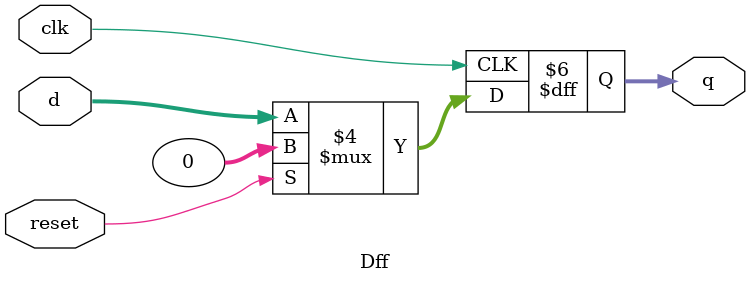
<source format=sv>
module Dff(
input [31:0]d,
input clk, reset,
output reg [31:0]q
);
always@(posedge clk) 
begin
if(reset== 1)
q <= 0;
else 
q <= d;  
end 
endmodule


</source>
